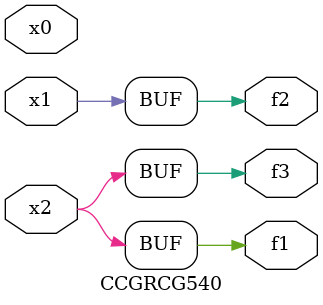
<source format=v>
module CCGRCG540(
	input x0, x1, x2,
	output f1, f2, f3
);
	assign f1 = x2;
	assign f2 = x1;
	assign f3 = x2;
endmodule

</source>
